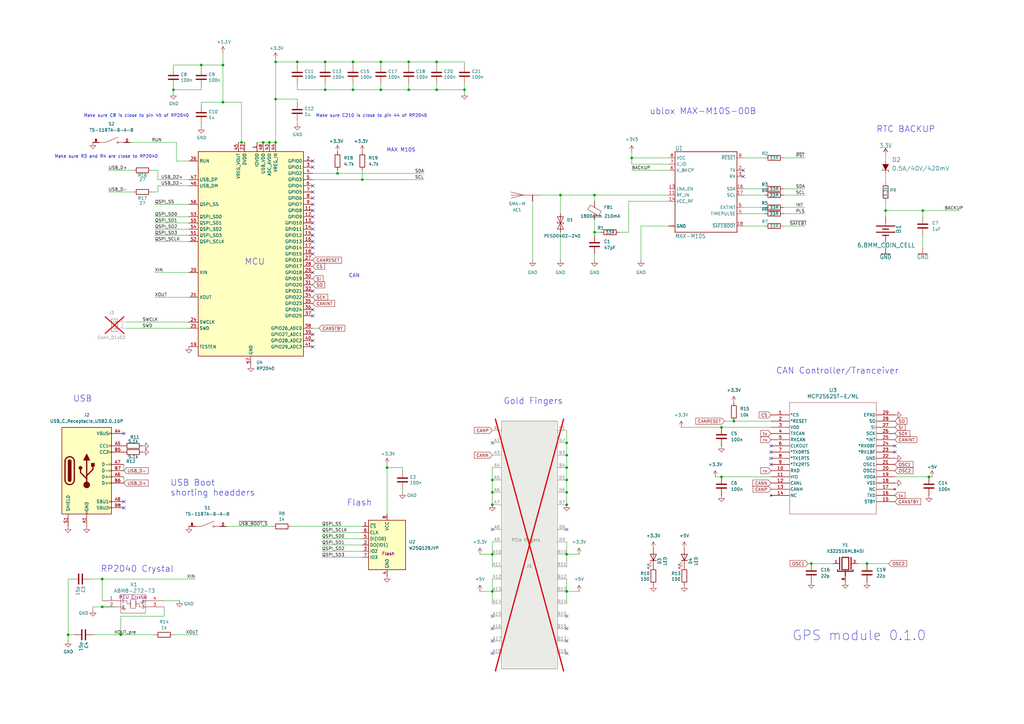
<source format=kicad_sch>
(kicad_sch (version 20231120) (generator "eeschema") (generator_version "8.0")
  (paper "A3")
  (junction (at 91.44 41.91))
  (junction (at 107.95 58.42))
  (junction (at 71.12 36.83))
  (junction (at 41.91 248.92))
  (junction (at 201.93 227.33))
  (junction (at 190.5 36.83))
  (junction (at 381 195.58))
  (junction (at 232.41 242.57))
  (junction (at 201.93 196.85))
  (junction (at 138.43 71.12))
  (junction (at 156.21 36.83))
  (junction (at 144.78 25.4))
  (junction (at 27.94 260.35))
  (junction (at 148.59 73.66))
  (junction (at 201.93 201.93))
  (junction (at 243.84 80.01))
  (junction (at 121.92 25.4))
  (junction (at 49.53 260.35))
  (junction (at 332.74 231.14))
  (junction (at 144.78 36.83))
  (junction (at 99.06 58.42))
  (junction (at 232.41 186.69))
  (junction (at 232.41 191.77))
  (junction (at 133.35 36.83))
  (junction (at 363.22 86.36))
  (junction (at 243.84 95.25))
  (junction (at 158.75 191.77))
  (junction (at 232.41 201.93))
  (junction (at 91.44 26.67))
  (junction (at 167.64 36.83))
  (junction (at 156.21 25.4))
  (junction (at 113.03 58.42))
  (junction (at 133.35 25.4))
  (junction (at 41.91 237.49))
  (junction (at 259.08 64.77))
  (junction (at 355.6 231.14))
  (junction (at 232.41 196.85))
  (junction (at 295.91 195.58))
  (junction (at 295.91 175.26))
  (junction (at 113.03 40.64))
  (junction (at 232.41 227.33))
  (junction (at 201.93 207.01))
  (junction (at 179.07 25.4))
  (junction (at 113.03 25.4))
  (junction (at 201.93 242.57))
  (junction (at 229.87 80.01))
  (junction (at 378.46 86.36))
  (junction (at 110.49 58.42))
  (junction (at 300.99 172.72))
  (junction (at 232.41 207.01))
  (junction (at 179.07 36.83))
  (junction (at 82.55 26.67))
  (junction (at 167.64 25.4))
  (junction (at 232.41 181.61))
  (no_connect (at 128.27 86.36))
  (no_connect (at 128.27 101.6))
  (no_connect (at 304.8 69.85))
  (no_connect (at 201.93 257.81))
  (no_connect (at 316.23 182.88))
  (no_connect (at 128.27 66.04))
  (no_connect (at 316.23 190.5))
  (no_connect (at 232.41 217.17))
  (no_connect (at 128.27 91.44))
  (no_connect (at 128.27 81.28))
  (no_connect (at 128.27 99.06))
  (no_connect (at 128.27 83.82))
  (no_connect (at 232.41 267.97))
  (no_connect (at 128.27 93.98))
  (no_connect (at 201.93 267.97))
  (no_connect (at 304.8 72.39))
  (no_connect (at 201.93 217.17))
  (no_connect (at 232.41 262.89))
  (no_connect (at 201.93 262.89))
  (no_connect (at 201.93 181.61))
  (no_connect (at 316.23 185.42))
  (no_connect (at 128.27 104.14))
  (no_connect (at 316.23 187.96))
  (no_connect (at 367.03 185.42))
  (no_connect (at 201.93 252.73))
  (no_connect (at 128.27 137.16))
  (no_connect (at 128.27 78.74))
  (no_connect (at 128.27 129.54))
  (no_connect (at 367.03 182.88))
  (no_connect (at 128.27 76.2))
  (no_connect (at 232.41 257.81))
  (no_connect (at 50.8 208.28))
  (no_connect (at 128.27 139.7))
  (no_connect (at 128.27 142.24))
  (no_connect (at 128.27 111.76))
  (no_connect (at 128.27 119.38))
  (no_connect (at 128.27 68.58))
  (no_connect (at 50.8 205.74))
  (no_connect (at 128.27 96.52))
  (no_connect (at 50.8 177.8))
  (no_connect (at 128.27 88.9))
  (no_connect (at 128.27 127))
  (no_connect (at 232.41 252.73))
  (wire (pts (xy 243.84 96.52) (xy 243.84 95.25)))
  (wire (pts (xy 105.41 58.42) (xy 107.95 58.42)))
  (wire (pts (xy 259.08 62.23) (xy 259.08 64.77)))
  (wire (pts (xy 36.83 237.49) (xy 41.91 237.49)))
  (wire (pts (xy 121.92 26.67) (xy 121.92 25.4)))
  (wire (pts (xy 196.85 242.57) (xy 201.93 242.57)))
  (wire (pts (xy 259.08 64.77) (xy 259.08 67.31)))
  (wire (pts (xy 71.12 36.83) (xy 71.12 38.1)))
  (wire (pts (xy 196.85 227.33) (xy 201.93 227.33)))
  (wire (pts (xy 257.81 82.55) (xy 257.81 95.25)))
  (wire (pts (xy 148.59 69.85) (xy 148.59 73.66)))
  (wire (pts (xy 179.07 25.4) (xy 190.5 25.4)))
  (wire (pts (xy 201.93 191.77) (xy 201.93 196.85)))
  (wire (pts (xy 38.1 260.35) (xy 49.53 260.35)))
  (wire (pts (xy 82.55 43.18) (xy 82.55 41.91)))
  (wire (pts (xy 363.22 71.12) (xy 363.22 74.93)) (stroke (width 0.1524)))
  (wire (pts (xy 113.03 40.64) (xy 121.92 40.64)))
  (wire (pts (xy 351.79 231.14) (xy 355.6 231.14)))
  (wire (pts (xy 232.41 242.57) (xy 232.41 247.65)))
  (wire (pts (xy 148.59 226.06) (xy 132.08 226.06)))
  (wire (pts (xy 82.55 41.91) (xy 91.44 41.91)))
  (wire (pts (xy 121.92 34.29) (xy 121.92 36.83)))
  (wire (pts (xy 158.75 191.77) (xy 158.75 210.82)))
  (wire (pts (xy 190.5 26.67) (xy 190.5 25.4)))
  (wire (pts (xy 91.44 21.59) (xy 91.44 26.67)))
  (wire (pts (xy 201.93 242.57) (xy 201.93 247.65)))
  (wire (pts (xy 62.23 78.74) (xy 64.77 78.74)))
  (wire (pts (xy 232.41 181.61) (xy 232.41 186.69)))
  (wire (pts (xy 179.07 36.83) (xy 190.5 36.83)))
  (wire (pts (xy 63.5 88.9) (xy 77.47 88.9)))
  (wire (pts (xy 144.78 34.29) (xy 144.78 36.83)))
  (wire (pts (xy 128.27 73.66) (xy 148.59 73.66)))
  (wire (pts (xy 304.8 92.71) (xy 313.69 92.71)))
  (wire (pts (xy 243.84 95.25) (xy 246.38 95.25)))
  (wire (pts (xy 82.55 50.8) (xy 82.55 52.07)))
  (wire (pts (xy 262.89 92.71) (xy 274.32 92.71)))
  (wire (pts (xy 254 95.25) (xy 257.81 95.25)))
  (wire (pts (xy 144.78 36.83) (xy 133.35 36.83)))
  (wire (pts (xy 99.06 58.42) (xy 100.33 58.42)))
  (wire (pts (xy 363.22 82.55) (xy 363.22 83.82)))
  (wire (pts (xy 378.46 96.52) (xy 378.46 101.6)) (stroke (width 0.1524)))
  (wire (pts (xy 67.31 252.73) (xy 49.53 252.73)))
  (wire (pts (xy 232.41 242.57) (xy 232.41 237.49)))
  (wire (pts (xy 165.1 200.66) (xy 165.1 201.93)))
  (wire (pts (xy 44.45 69.85) (xy 54.61 69.85)))
  (wire (pts (xy 52.07 132.08) (xy 77.47 132.08)))
  (wire (pts (xy 304.8 85.09) (xy 313.69 85.09)))
  (wire (pts (xy 107.95 58.42) (xy 110.49 58.42)))
  (wire (pts (xy 138.43 71.12) (xy 128.27 71.12)))
  (wire (pts (xy 138.43 71.12) (xy 173.99 71.12)))
  (wire (pts (xy 41.91 237.49) (xy 80.01 237.49)))
  (wire (pts (xy 77.47 83.82) (xy 63.5 83.82)))
  (wire (pts (xy 50.8 193.04) (xy 50.8 190.5)))
  (wire (pts (xy 167.64 26.67) (xy 167.64 25.4)))
  (wire (pts (xy 121.92 41.91) (xy 121.92 40.64)))
  (wire (pts (xy 179.07 36.83) (xy 167.64 36.83)))
  (wire (pts (xy 121.92 49.53) (xy 121.92 50.8)))
  (wire (pts (xy 27.94 237.49) (xy 29.21 237.49)))
  (wire (pts (xy 201.93 227.33) (xy 201.93 222.25)))
  (wire (pts (xy 64.77 76.2) (xy 77.47 76.2)))
  (wire (pts (xy 363.22 63.5) (xy 363.22 66.04)) (stroke (width 0.1524)))
  (wire (pts (xy 381 195.58) (xy 382.27 195.58)))
  (wire (pts (xy 91.44 41.91) (xy 99.06 41.91)))
  (wire (pts (xy 229.87 95.25) (xy 229.87 106.68)))
  (wire (pts (xy 165.1 193.04) (xy 165.1 191.77)))
  (wire (pts (xy 158.75 190.5) (xy 158.75 191.77)))
  (wire (pts (xy 113.03 25.4) (xy 113.03 40.64)))
  (wire (pts (xy 132.08 218.44) (xy 148.59 218.44)))
  (wire (pts (xy 110.49 58.42) (xy 113.03 58.42)))
  (wire (pts (xy 71.12 260.35) (xy 81.28 260.35)))
  (wire (pts (xy 67.31 248.92) (xy 67.31 252.73)))
  (wire (pts (xy 72.39 66.04) (xy 72.39 58.42)))
  (wire (pts (xy 321.31 87.63) (xy 330.2 87.63)))
  (wire (pts (xy 259.08 69.85) (xy 274.32 69.85)))
  (wire (pts (xy 179.07 34.29) (xy 179.07 36.83)))
  (wire (pts (xy 363.22 83.82) (xy 363.22 86.36)) (stroke (width 0.1524)))
  (wire (pts (xy 259.08 64.77) (xy 274.32 64.77)))
  (wire (pts (xy 63.5 91.44) (xy 77.47 91.44)))
  (wire (pts (xy 63.5 93.98) (xy 77.47 93.98)))
  (wire (pts (xy 77.47 66.04) (xy 72.39 66.04)))
  (wire (pts (xy 71.12 35.56) (xy 71.12 36.83)))
  (wire (pts (xy 82.55 27.94) (xy 82.55 26.67)))
  (wire (pts (xy 41.91 248.92) (xy 46.99 248.92)))
  (wire (pts (xy 378.46 86.36) (xy 393.7 86.36)) (stroke (width 0.1524)))
  (wire (pts (xy 52.07 134.62) (xy 77.47 134.62)))
  (wire (pts (xy 321.31 80.01) (xy 330.2 80.01)))
  (wire (pts (xy 201.93 196.85) (xy 201.93 201.93)))
  (wire (pts (xy 148.59 220.98) (xy 132.08 220.98)))
  (wire (pts (xy 190.5 36.83) (xy 190.5 38.1)))
  (wire (pts (xy 295.91 175.26) (xy 316.23 175.26)))
  (wire (pts (xy 113.03 24.13) (xy 113.03 25.4)))
  (wire (pts (xy 229.87 80.01) (xy 229.87 87.63)))
  (wire (pts (xy 232.41 191.77) (xy 232.41 196.85)))
  (wire (pts (xy 71.12 36.83) (xy 82.55 36.83)))
  (wire (pts (xy 27.94 260.35) (xy 27.94 262.89)))
  (wire (pts (xy 179.07 26.67) (xy 179.07 25.4)))
  (wire (pts (xy 38.1 248.92) (xy 38.1 250.19)))
  (wire (pts (xy 50.8 195.58) (xy 50.8 198.12)))
  (wire (pts (xy 27.94 237.49) (xy 27.94 260.35)))
  (wire (pts (xy 113.03 25.4) (xy 121.92 25.4)))
  (wire (pts (xy 113.03 40.64) (xy 113.03 58.42)))
  (wire (pts (xy 304.8 87.63) (xy 313.69 87.63)))
  (wire (pts (xy 138.43 69.85) (xy 138.43 71.12)))
  (wire (pts (xy 64.77 73.66) (xy 77.47 73.66)))
  (wire (pts (xy 64.77 78.74) (xy 64.77 76.2)))
  (wire (pts (xy 232.41 227.33) (xy 232.41 232.41)))
  (wire (pts (xy 190.5 34.29) (xy 190.5 36.83)))
  (wire (pts (xy 97.79 58.42) (xy 99.06 58.42)))
  (wire (pts (xy 77.47 99.06) (xy 63.5 99.06)))
  (wire (pts (xy 156.21 36.83) (xy 144.78 36.83)))
  (wire (pts (xy 232.41 201.93) (xy 232.41 207.01)))
  (wire (pts (xy 297.18 172.72) (xy 300.99 172.72)))
  (wire (pts (xy 133.35 25.4) (xy 144.78 25.4)))
  (wire (pts (xy 67.31 246.38) (xy 73.66 246.38)))
  (wire (pts (xy 144.78 25.4) (xy 156.21 25.4)))
  (wire (pts (xy 82.55 26.67) (xy 91.44 26.67)))
  (wire (pts (xy 72.39 58.42) (xy 53.34 58.42)))
  (wire (pts (xy 63.5 96.52) (xy 77.47 96.52)))
  (wire (pts (xy 201.93 227.33) (xy 201.93 232.41)))
  (wire (pts (xy 259.08 67.31) (xy 274.32 67.31)))
  (wire (pts (xy 38.1 248.92) (xy 41.91 248.92)))
  (wire (pts (xy 257.81 82.55) (xy 274.32 82.55)))
  (wire (pts (xy 49.53 252.73) (xy 49.53 260.35)))
  (wire (pts (xy 321.31 64.77) (xy 330.2 64.77)))
  (wire (pts (xy 355.6 231.14) (xy 364.49 231.14)))
  (wire (pts (xy 30.48 260.35) (xy 27.94 260.35)))
  (wire (pts (xy 148.59 73.66) (xy 173.99 73.66)))
  (wire (pts (xy 321.31 77.47) (xy 330.2 77.47)))
  (wire (pts (xy 243.84 90.17) (xy 243.84 95.25)))
  (wire (pts (xy 148.59 223.52) (xy 132.08 223.52)))
  (wire (pts (xy 262.89 92.71) (xy 262.89 106.68)))
  (wire (pts (xy 232.41 196.85) (xy 232.41 201.93)))
  (wire (pts (xy 304.8 64.77) (xy 313.69 64.77)))
  (wire (pts (xy 49.53 260.35) (xy 63.5 260.35)))
  (wire (pts (xy 321.31 92.71) (xy 330.2 92.71)))
  (wire (pts (xy 41.91 237.49) (xy 41.91 246.38)))
  (wire (pts (xy 71.12 26.67) (xy 82.55 26.67)))
  (wire (pts (xy 91.44 26.67) (xy 91.44 41.91)))
  (wire (pts (xy 156.21 26.67) (xy 156.21 25.4)))
  (wire (pts (xy 295.91 195.58) (xy 316.23 195.58)))
  (wire (pts (xy 378.46 86.36) (xy 378.46 88.9)) (stroke (width 0.1524)))
  (wire (pts (xy 237.49 242.57) (xy 232.41 242.57)))
  (wire (pts (xy 201.93 242.57) (xy 201.93 237.49)))
  (wire (pts (xy 148.59 228.6) (xy 132.08 228.6)))
  (wire (pts (xy 119.38 215.9) (xy 148.59 215.9)))
  (wire (pts (xy 71.12 27.94) (xy 71.12 26.67)))
  (wire (pts (xy 62.23 69.85) (xy 64.77 69.85)))
  (wire (pts (xy 367.03 195.58) (xy 381 195.58)))
  (wire (pts (xy 243.84 104.14) (xy 243.84 106.68)))
  (wire (pts (xy 243.84 80.01) (xy 243.84 82.55)))
  (wire (pts (xy 156.21 34.29) (xy 156.21 36.83)))
  (wire (pts (xy 99.06 41.91) (xy 99.06 58.42)))
  (wire (pts (xy 130.81 134.62) (xy 128.27 134.62)))
  (wire (pts (xy 279.4 175.26) (xy 295.91 175.26)))
  (wire (pts (xy 82.55 36.83) (xy 82.55 35.56)))
  (wire (pts (xy 167.64 25.4) (xy 179.07 25.4)))
  (wire (pts (xy 144.78 26.67) (xy 144.78 25.4)))
  (wire (pts (xy 232.41 176.53) (xy 232.41 181.61)))
  (wire (pts (xy 331.47 231.14) (xy 332.74 231.14)))
  (wire (pts (xy 133.35 26.67) (xy 133.35 25.4)))
  (wire (pts (xy 232.41 186.69) (xy 232.41 191.77)))
  (wire (pts (xy 167.64 34.29) (xy 167.64 36.83)))
  (wire (pts (xy 363.22 86.36) (xy 363.22 88.9)) (stroke (width 0.1524)))
  (wire (pts (xy 243.84 80.01) (xy 274.32 80.01)))
  (wire (pts (xy 293.37 195.58) (xy 295.91 195.58)))
  (wire (pts (xy 232.41 227.33) (xy 232.41 222.25)))
  (wire (pts (xy 332.74 231.14) (xy 341.63 231.14)))
  (wire (pts (xy 321.31 85.09) (xy 330.2 85.09)))
  (wire (pts (xy 300.99 172.72) (xy 316.23 172.72)))
  (wire (pts (xy 218.44 82.55) (xy 218.44 106.68)))
  (wire (pts (xy 44.45 78.74) (xy 54.61 78.74)))
  (wire (pts (xy 156.21 25.4) (xy 167.64 25.4)))
  (wire (pts (xy 133.35 34.29) (xy 133.35 36.83)))
  (wire (pts (xy 304.8 77.47) (xy 313.69 77.47)))
  (wire (pts (xy 165.1 191.77) (xy 158.75 191.77)))
  (wire (pts (xy 63.5 111.76) (xy 77.47 111.76)))
  (wire (pts (xy 133.35 36.83) (xy 121.92 36.83)))
  (wire (pts (xy 121.92 25.4) (xy 133.35 25.4)))
  (wire (pts (xy 378.46 86.36) (xy 363.22 86.36)) (stroke (width 0.1524)))
  (wire (pts (xy 92.71 215.9) (xy 111.76 215.9)))
  (wire (pts (xy 64.77 69.85) (xy 64.77 73.66)))
  (wire (pts (xy 201.93 201.93) (xy 201.93 207.01)))
  (wire (pts (xy 229.87 80.01) (xy 243.84 80.01)))
  (wire (pts (xy 167.64 36.83) (xy 156.21 36.83)))
  (wire (pts (xy 363.22 99.06) (xy 363.22 101.6)) (stroke (width 0.1524)))
  (wire (pts (xy 77.47 121.92) (xy 63.5 121.92)))
  (wire (pts (xy 304.8 80.01) (xy 313.69 80.01)))
  (wire (pts (xy 220.98 80.01) (xy 229.87 80.01)))
  (wire (pts (xy 237.49 227.33) (xy 232.41 227.33)))
  (text "Flash" (at 142.24 207.772 0) (effects (font (size 2.54 2.54)) (justify left bottom)))
  (text "CAN Controller/Tranceiver" (at 318.262 153.67 0) (effects (font (size 2.54 2.54)) (justify left bottom)))
  (text "Make sure R3 and R4 are close to RP2040" (at 64.77 65.024 0) (effects (font (size 1.27 1.27)) (justify right bottom)))
  (text "Gold Fingers" (at 206.502 166.116 0) (effects (font (size 2.54 2.54)) (justify left bottom)))
  (text "ublox MAX-M10S-00B" (at 266.446 47.244 0) (effects (font (size 2.54 2.54)) (justify left bottom)))
  (text "GPS module 0.1.0" (at 324.866 263.144 0) (effects (font (size 4 4)) (justify left bottom)))
  (text "USB Boot \nshorting headders" (at 69.85 203.708 0) (effects (font (size 2.54 2.54)) (justify left bottom)))
  (text "MCU" (at 100.33 108.966 0) (effects (font (size 2.54 2.54)) (justify left bottom)))
  (text "RTC BACKUP" (at 359.41 54.61 0) (effects (font (size 2.54 2.54)) (justify left bottom)))
  (text "Make sure C210 is close to pin 44 of RP2040" (at 129.54 48.26 0) (effects (font (size 1.27 1.27)) (justify left bottom)))
  (text "MAX M10S" (at 158.496 62.484 0) (effects (font (size 1.524 1.524)) (justify left bottom)))
  (text "USB" (at 29.972 165.1 0) (effects (font (size 2.54 2.54)) (justify left bottom)))
  (text "~" (at 333.2209 70.011 0) (effects (font (size 1.27 1.27))))
  (text "RP2040 Crystal" (at 41.275 234.95 0) (effects (font (size 2.54 2.54)) (justify left bottom)))
  (text "CAN" (at 143.002 114.046 0) (effects (font (size 1.524 1.524)) (justify left bottom)))
  (text "Make sure C8 is close to pin 45 of RP2040" (at 34.29 48.26 0) (effects (font (size 1.27 1.27)) (justify left bottom)))
  (label "PLS" (at 326.39 87.63 0))
  (label "SWD" (at 58.42 134.62 0))
  (label "SCL" (at 170.18 73.66 0))
  (label "XOUT" (at 81.28 260.35 180))
  (label "QSPI_SS" (at 132.08 215.9 0))
  (label "QSPI_SD2" (at 132.08 226.06 0))
  (label "BACKUP" (at 259.08 69.85 0))
  (label "QSPI_SD1" (at 63.5 91.44 0))
  (label "QSPI_SCLK" (at 63.5 99.06 0))
  (label "QSPI_SCLK" (at 132.08 218.44 0))
  (label "USB_D2+" (at 66.04 73.66 0))
  (label "SDA" (at 170.18 71.12 0))
  (label "XOUT" (at 63.5 121.92 0))
  (label "SDA" (at 326.39 77.47 0))
  (label "QSPI_SD2" (at 63.5 93.98 0))
  (label "~{RST}" (at 326.39 64.77 0))
  (label "SWCLK" (at 58.42 132.08 0))
  (label "XIN" (at 63.5 111.76 0))
  (label "USB_D2-" (at 66.04 76.2 0))
  (label "~{USB_BOOT_S}" (at 97.79 215.9 0))
  (label "QSPI_SD0" (at 132.08 220.98 0))
  (label "SCL" (at 326.39 80.01 0))
  (label "BACKUP" (at 387.35 86.36 0))
  (label "XIN" (at 80.01 237.49 180))
  (label "QSPI_SD3" (at 132.08 228.6 0))
  (label "QSPI_SS" (at 63.5 83.82 0))
  (label "QSPI_SD0" (at 63.5 88.9 0))
  (label "XOUT_pre" (at 55.88 260.35 180))
  (label "QSPI_SD3" (at 63.5 96.52 0))
  (label "RUN" (at 62.23 58.42 0))
  (label "QSPI_SD1" (at 132.08 223.52 0))
  (label "~{SAFEBT}" (at 323.85 92.71 0))
  (label "USB_D+" (at 44.45 69.85 0))
  (label "USB_D-" (at 44.45 78.74 0))
  (label "INT" (at 326.39 85.09 0))
  (global_label "OSC2" (shape input) (at 367.03 193.04 0) (property "Intersheetrefs" "${INTERSHEET_REFS}" (effects (hide yes))))
  (global_label "SO" (shape input) (at 367.03 172.72 0) (property "Intersheetrefs" "${INTERSHEET_REFS}" (effects (hide yes))))
  (global_label "tx" (shape input) (at 316.23 177.8 180) (property "Intersheetrefs" "${INTERSHEET_REFS}" (effects (hide yes))))
  (global_label "CANSTBY" (shape input) (at 367.03 205.74 0) (property "Intersheetrefs" "${INTERSHEET_REFS}" (effects (hide yes))))
  (global_label "SI" (shape input) (at 128.27 114.3 0) (property "Intersheetrefs" "${INTERSHEET_REFS}" (effects (hide yes))))
  (global_label "rx" (shape input) (at 316.23 193.04 180) (property "Intersheetrefs" "${INTERSHEET_REFS}" (effects (hide yes))))
  (global_label "CS" (shape input) (at 316.23 170.18 180) (property "Intersheetrefs" "${INTERSHEET_REFS}" (effects (hide yes))))
  (global_label "CANSTBY" (shape input) (at 130.81 134.62 0) (property "Intersheetrefs" "${INTERSHEET_REFS}" (effects (hide yes))))
  (global_label "SI" (shape input) (at 367.03 175.26 0) (property "Intersheetrefs" "${INTERSHEET_REFS}" (effects (hide yes))))
  (global_label "CANP" (shape input) (at 316.23 200.66 180) (property "Intersheetrefs" "${INTERSHEET_REFS}" (effects (hide yes))))
  (global_label "SO" (shape input) (at 128.27 116.84 0) (property "Intersheetrefs" "${INTERSHEET_REFS}" (effects (hide yes))))
  (global_label "tx" (shape input) (at 367.03 203.2 0) (property "Intersheetrefs" "${INTERSHEET_REFS}" (effects (hide yes))))
  (global_label "CANP" (shape input) (at 201.93 176.53 180) (property "Intersheetrefs" "${INTERSHEET_REFS}" (effects (hide yes))))
  (global_label "USB_D-" (shape input) (at 50.8 193.04 0) (property "Intersheetrefs" "${INTERSHEET_REFS}" (effects (hide yes))))
  (global_label "OSC1" (shape input) (at 367.03 190.5 0) (property "Intersheetrefs" "${INTERSHEET_REFS}" (effects (hide yes))))
  (global_label "CANINT" (shape input) (at 367.03 180.34 0) (property "Intersheetrefs" "${INTERSHEET_REFS}" (effects (hide yes))))
  (global_label "SCK" (shape input) (at 128.27 121.92 0) (property "Intersheetrefs" "${INTERSHEET_REFS}" (effects (hide yes))))
  (global_label "OSC1" (shape input) (at 331.47 231.14 180) (property "Intersheetrefs" "${INTERSHEET_REFS}" (effects (hide yes))))
  (global_label "CANN" (shape input) (at 201.93 186.69 180) (property "Intersheetrefs" "${INTERSHEET_REFS}" (effects (hide yes))))
  (global_label "SCK" (shape input) (at 367.03 177.8 0) (property "Intersheetrefs" "${INTERSHEET_REFS}" (effects (hide yes))))
  (global_label "CANINT" (shape input) (at 128.27 124.46 0) (property "Intersheetrefs" "${INTERSHEET_REFS}" (effects (hide yes))))
  (global_label "USB_D+" (shape input) (at 50.8 198.12 0) (property "Intersheetrefs" "${INTERSHEET_REFS}" (effects (hide yes))))
  (global_label "rx" (shape input) (at 316.23 180.34 180) (property "Intersheetrefs" "${INTERSHEET_REFS}" (effects (hide yes))))
  (global_label "CANN" (shape input) (at 316.23 198.12 180) (property "Intersheetrefs" "${INTERSHEET_REFS}" (effects (hide yes))))
  (global_label "OSC2" (shape input) (at 364.49 231.14 0) (property "Intersheetrefs" "${INTERSHEET_REFS}" (effects (hide yes))))
  (global_label "CANRESET" (shape input) (at 297.18 172.72 180) (property "Intersheetrefs" "${INTERSHEET_REFS}" (effects (hide yes))))
  (global_label "CANRESET" (shape input) (at 128.27 106.68 0) (property "Intersheetrefs" "${INTERSHEET_REFS}" (effects (hide yes))))
  (global_label "CS" (shape input) (at 128.27 109.22 0) (property "Intersheetrefs" "${INTERSHEET_REFS}" (effects (hide yes))))
  (symbol (lib_id "SparkFun u-blox GNSS MAX-M10S-eagle-import:3.3V") (at 363.22 63.5 0) (unit 1)
    (property "Reference" "#SUPPLY01" (effects (hide yes)))
    (property "Value" "3.3V" (at 363.22 60.706 0) (effects (font (size 1.778 1.5113)) (justify bottom)))
  )
  (symbol (lib_id "power:GND") (at 158.75 236.22 0) (unit 1)
    (property "Reference" "#PWR018" (effects (hide yes)))
    (property "Value" "GND" (effects (hide yes)))
  )
  (symbol (lib_id "power:+3.3V") (at 279.4 175.26 0) (unit 1)
    (property "Reference" "#PWR027" (effects (hide yes)))
    (property "Value" "+3.3V" (at 279.4 170.18 0))
    (property "Description" "Power symbol creates a global label with name \"+3.3V\"" (effects (hide yes)))
  )
  (symbol (lib_id "Device:R") (at 317.5 64.77 90) (unit 1)
    (property "Reference" "R2" (at 313.69 62.992 90))
    (property "Value" "33R" (at 317.5 64.77 90))
    (property "Footprint" "Resistor_SMD:R_0402_1005Metric" (effects (hide yes)))
    (property "Description" "Resistor" (effects (hide yes)))
    (property "JLC Link" "https://jlcpcb.com/partdetail/25848-0402WGF330JTCE/C25105" (effects (hide yes)))
    (property "LCSC Part #" "C25105" (effects (hide yes)))
    (property "basic?" "yes" (effects (hide yes)))
    (property "info" "33 ohm" (effects (hide yes)))
    (property "price" "C$0.0007 " (effects (hide yes)))
  )
  (symbol (lib_id "Device:R") (at 148.59 66.04 180) (unit 1)
    (property "Reference" "R19" (at 151.13 64.7699 0) (effects (justify right)))
    (property "Value" "4.7k" (at 151.13 67.3099 0) (effects (justify right)))
    (property "Footprint" "Resistor_SMD:R_0402_1005Metric" (effects (hide yes)))
    (property "Description" "Resistor" (effects (hide yes)))
    (property "LCSC Part #" "C25900" (effects (hide yes)))
    (property "basic?" "yes" (effects (hide yes)))
    (property "info" "4.7k ohm" (effects (hide yes)))
    (property "price" "C$0.0007 " (effects (hide yes)))
    (property "JLC Link" "https://jlcpcb.com/partdetail/26643-0402WGF4701TCE/C25900" (effects (hide yes)))
  )
  (symbol (lib_id "X322516MLB4SI:X322516MLB4SI") (at 346.71 231.14 0) (unit 1)
    (property "Reference" "Y1" (at 346.71 223.52 0))
    (property "Value" "X322516MLB4SI" (at 346.71 226.06 0))
    (property "Footprint" "X322516MLB4SI:OSC_X322516MLB4SI" (effects (hide yes)))
    (property "MF" "YXC" (effects (hide yes)))
    (property "MAXIMUM_PACKAGE_HEIGHT" "0.8 mm" (effects (hide yes)))
    (property "Package" "Package" (effects (hide yes)))
    (property "Price" "None" (effects (hide yes)))
    (property "Check_prices" "https://www.snapeda.com/parts/X322516MLB4SI/YXC/view-part/?ref=eda" (effects (hide yes)))
    (property "STANDARD" "Manufacturer Recommendations" (effects (hide yes)))
    (property "PARTREV" "N/A" (effects (hide yes)))
    (property "SnapEDA_Link" "https://www.snapeda.com/parts/X322516MLB4SI/YXC/view-part/?ref=snap" (effects (hide yes)))
    (property "MP" "X322516MLB4SI" (effects (hide yes)))
    (property "Description_1" "\n                        \n                            External dimensions: 3.2 x 2.5 x 0.8 mm.\nFrequency range: 11.0592MHz ~54MHz\n                        \n" (effects (hide yes)))
    (property "Availability" "Not in stock" (effects (hide yes)))
    (property "MANUFACTURER" "YXC" (effects (hide yes)))
    (property "JLC Link" "https://jlcpcb.com/partdetail/Yxc_CrystalOscillators-X322516MOB4SI/C12668" (effects (hide yes)))
    (property "LCSC Part #" "C12668" (effects (hide yes)))
    (property "basic?" "no" (effects (hide yes)))
    (property "info" "CAN Clock" (effects (hide yes)))
    (property "price" "C$0.0829" (effects (hide yes)))
    (property "Current Draw" "200 uW 3.3v" (effects (hide yes)))
  )
  (symbol (lib_id "power:+5V") (at 382.27 195.58 0) (unit 1)
    (property "Reference" "#PWR044" (effects (hide yes)))
    (property "Value" "+5V" (at 382.27 191.516 0))
    (property "Description" "Power symbol creates a global label with name \"+5V\"" (effects (hide yes)))
  )
  (symbol (lib_id "Device:C") (at 332.74 234.95 0) (unit 1)
    (property "Reference" "C16" (at 336.55 233.6799 0) (effects (justify left)))
    (property "Value" "22p" (at 336.55 236.2199 0) (effects (justify left)))
    (property "Footprint" "Capacitor_SMD:C_0402_1005Metric" (effects (hide yes)))
    (property "Description" "Unpolarized capacitor" (effects (hide yes)))
    (property "info" "22pF Cap" (effects (hide yes)))
    (property "JLC Link" "https://jlcpcb.com/partdetail/1907-0402CG220J500NT/C1555" (effects (hide yes)))
    (property "LCSC Part #" "C1555" (effects (hide yes)))
    (property "basic?" "yes" (effects (hide yes)))
    (property "price" "C$0.0077 " (effects (hide yes)))
  )
  (symbol (lib_id "Device:C") (at 33.02 237.49 270) (unit 1)
    (property "Reference" "C3" (at 34.1884 240.411 0) (effects (justify left)))
    (property "Value" "15p" (at 31.877 240.411 0) (effects (justify left)))
    (property "Footprint" "Capacitor_SMD:C_0402_1005Metric" (effects (hide yes)))
    (property "LCSC Part #" "C1548" (effects (hide yes)))
    (property "basic?" "yes" (effects (hide yes)))
    (property "info" "15pF Cap" (effects (hide yes)))
    (property "price" "C$0.0013 " (effects (hide yes)))
    (property "JLC Link" "https://jlcpcb.com/partdetail/1900-0402CG150J500NT/C1548" (effects (hide yes)))
  )
  (symbol (lib_id "Device:R") (at 280.67 236.22 0) (unit 1)
    (property "Reference" "R13" (at 275.336 235.204 0) (effects (justify left)))
    (property "Value" "150" (at 275.336 237.49 0) (effects (justify left)))
    (property "Footprint" "Resistor_SMD:R_0603_1608Metric" (effects (hide yes)))
    (property "Description" "Resistor" (effects (hide yes)))
    (property "JLC Link" "https://jlcpcb.com/partdetail/23535-0603WAF1500T5E/C22808" (effects (hide yes)))
    (property "LCSC Part #" "C22808" (effects (hide yes)))
    (property "basic?" "yes" (effects (hide yes)))
    (property "info" "150 ohm" (effects (hide yes)))
    (property "price" "C$0.0013 " (effects (hide yes)))
  )
  (symbol (lib_id "power:VAA") (at 267.97 224.79 0) (unit 1)
    (property "Reference" "#PWR015" (effects (hide yes)))
    (property "Value" "+3.3V" (at 267.97 219.71 0))
    (property "Description" "Power symbol creates a global label with name \"VAA\"" (effects (hide yes)))
  )
  (symbol (lib_id "power:GND") (at 367.03 187.96 90) (unit 1)
    (property "Reference" "#PWR041" (effects (hide yes)))
    (property "Value" "GND" (effects (hide yes)))
    (property "Description" "Power symbol creates a global label with name \"GND\" , ground" (effects (hide yes)))
  )
  (symbol (lib_id "Device:C") (at 295.91 179.07 0) (unit 1)
    (property "Reference" "C5" (at 299.72 177.7999 0) (effects (justify left)))
    (property "Value" "100n" (at 299.72 180.3399 0) (effects (justify left)))
    (property "Footprint" "Capacitor_SMD:C_0402_1005Metric" (effects (hide yes)))
    (property "Description" "Unpolarized capacitor" (effects (hide yes)))
    (property "info" "100nF Cap" (effects (hide yes)))
    (property "JLC Link" "https://jlcpcb.com/partdetail/291005-CL05B104KB54PNC/C307331" (effects (hide yes)))
    (property "LCSC Part #" "C307331" (effects (hide yes)))
    (property "basic?" "yes" (effects (hide yes)))
    (property "price" "C$0.0077 " (effects (hide yes)))
  )
  (symbol (lib_id "Device:C") (at 121.92 30.48 0) (unit 1)
    (property "Reference" "C11" (at 124.841 29.3116 0) (effects (justify left)))
    (property "Value" "100n" (at 124.841 31.623 0) (effects (justify left)))
    (property "Footprint" "Capacitor_SMD:C_0402_1005Metric" (effects (hide yes)))
    (property "info" "100nF Cap" (effects (hide yes)))
    (property "LCSC Part #" "C307331" (effects (hide yes)))
    (property "basic?" "yes" (effects (hide yes)))
    (property "price" "C$0.0077 " (effects (hide yes)))
    (property "JLC Link" "https://jlcpcb.com/partdetail/291005-CL05B104KB54PNC/C307331" (effects (hide yes)))
  )
  (symbol (lib_id "Connector:USB_C_Receptacle_USB2.0_16P") (at 35.56 193.04 0) (unit 1)
    (property "Reference" "J2" (at 35.56 170.18 0))
    (property "Value" "USB_C_Receptacle_USB2.0_16P" (at 35.56 172.72 0))
    (property "Footprint" "Connector_USB:USB_C_Receptacle_Palconn_UTC16-G" (effects (hide yes)))
    (property "Datasheet" "https://www.usb.org/sites/default/files/documents/usb_type-c.zip" (effects (hide yes)))
    (property "Description" "USB 2.0-only 16P Type-C Receptacle connector" (effects (hide yes)))
    (property "JLC Link" "https://jlcpcb.com/partdetail/ShouHan-TYPE_C_16PIN_2MD_073/C2765186" (effects (hide yes)))
    (property "LCSC Part #" "C2765186" (effects (hide yes)))
    (property "basic?" "no" (effects (hide yes)))
    (property "info" "USB-C" (effects (hide yes)))
    (property "price" "C$0.0738 " (effects (hide yes)))
  )
  (symbol (lib_id "power:GND") (at 367.03 170.18 90) (unit 1)
    (property "Reference" "#PWR040" (effects (hide yes)))
    (property "Value" "GND" (effects (hide yes)))
    (property "Description" "Power symbol creates a global label with name \"GND\" , ground" (effects (hide yes)))
  )
  (symbol (lib_id "power:GND") (at 82.55 52.07 0) (unit 1)
    (property "Reference" "#PWR035" (effects (hide yes)))
    (property "Value" "GND" (at 82.677 56.4642 0))
  )
  (symbol (lib_id "TS-1187A-B-A-B:TS-1187A-B-A-B") (at 45.72 58.42 0) (unit 1)
    (property "Reference" "S2" (at 45.72 50.8 0))
    (property "Value" "TS-1187A-B-A-B" (at 45.72 53.34 0))
    (property "Footprint" "TS-1187A-B-A-B:SW_TS-1187A-B-A-B" (effects (hide yes)))
    (property "MF" "XKB Industrial Precision" (effects (hide yes)))
    (property "MAXIMUM_PACKAGE_HEIGHT" "1.5mm" (effects (hide yes)))
    (property "Package" "Package" (effects (hide yes)))
    (property "Price" "None" (effects (hide yes)))
    (property "Check_prices" "https://www.snapeda.com/parts/TS-1187A-B-A-B/XKB+Connection/view-part/?ref=eda" (effects (hide yes)))
    (property "STANDARD" "Manufacturer Recommendations" (effects (hide yes)))
    (property "PARTREV" "A0" (effects (hide yes)))
    (property "SnapEDA_Link" "https://www.snapeda.com/parts/TS-1187A-B-A-B/XKB+Connection/view-part/?ref=snap" (effects (hide yes)))
    (property "MP" "TS-1187A-B-A-B" (effects (hide yes)))
    (property "Description_1" "\n                        \n                            TS-1187A-B-A-B XKB Connectivity\n                        \n" (effects (hide yes)))
    (property "Availability" "Not in stock" (effects (hide yes)))
    (property "MANUFACTURER" "XKB Industrial Precision" (effects (hide yes)))
    (property "JLC Link" "https://jlcpcb.com/partdetail/XKBConnection-TS_1187A_B_AB/C318884" (effects (hide yes)))
    (property "LCSC Part #" "C318884" (effects (hide yes)))
    (property "basic?" "yes" (effects (hide yes)))
    (property "info" "Button" (effects (hide yes)))
    (property "price" "C$0.0242 " (effects (hide yes)))
  )
  (symbol (lib_id "Device:LED") (at 267.97 228.6 270) (mirror x) (unit 1)
    (property "Reference" "D3" (at 270.51 230.124 0))
    (property "Value" "LED" (at 272.796 230.124 0))
    (property "Footprint" "LED_SMD:LED_0603_1608Metric" (effects (hide yes)))
    (property "Description" "Light emitting diode" (effects (hide yes)))
    (property "JLC Link" "https://jlcpcb.com/partdetail/Hubei_KentoElec-KT0603R/C2286" (effects (hide yes)))
    (property "LCSC Part #" "C2286" (effects (hide yes)))
    (property "basic?" "yes" (effects (hide yes)))
    (property "info" "Red LED" (effects (hide yes)))
    (property "price" "C$0.0075 " (effects (hide yes)))
  )
  (symbol (lib_id "power:+3V3") (at 148.59 62.23 0) (unit 1)
    (property "Reference" "#PWR046" (effects (hide yes)))
    (property "Value" "+3.3V" (at 148.082 57.912 0))
  )
  (symbol (lib_id "power:GND") (at 267.97 240.03 0) (unit 1)
    (property "Reference" "#PWR016" (effects (hide yes)))
    (property "Value" "GND" (effects (hide yes)))
  )
  (symbol (lib_id "Device:R") (at 317.5 77.47 90) (unit 1)
    (property "Reference" "R3" (at 313.69 75.692 90))
    (property "Value" "33R" (at 317.5 77.47 90))
    (property "Footprint" "Resistor_SMD:R_0402_1005Metric" (effects (hide yes)))
    (property "Description" "Resistor" (effects (hide yes)))
    (property "JLC Link" "https://jlcpcb.com/partdetail/25848-0402WGF330JTCE/C25105" (effects (hide yes)))
    (property "LCSC Part #" "C25105" (effects (hide yes)))
    (property "basic?" "yes" (effects (hide yes)))
    (property "info" "33 ohm" (effects (hide yes)))
    (property "price" "C$0.0007 " (effects (hide yes)))
  )
  (symbol (lib_id "power:GND") (at 102.87 149.86 0) (unit 1)
    (property "Reference" "#PWR037" (effects (hide yes)))
    (property "Value" "GND" (effects (hide yes)))
    (property "Description" "Power symbol creates a global label with name \"GND\" , ground" (effects (hide yes)))
  )
  (symbol (lib_id "power:GND") (at 262.89 106.68 0) (unit 1)
    (property "Reference" "#PWR05" (effects (hide yes)))
    (property "Value" "GND" (at 262.89 111.76 0))
    (property "Description" "Power symbol creates a global label with name \"GND\" , ground" (effects (hide yes)))
  )
  (symbol (lib_id "Device:C") (at 167.64 30.48 0) (unit 1)
    (property "Reference" "C18" (at 170.561 29.3116 0) (effects (justify left)))
    (property "Value" "100n" (at 170.561 31.623 0) (effects (justify left)))
    (property "Footprint" "Capacitor_SMD:C_0402_1005Metric" (effects (hide yes)))
    (property "info" "100nF Cap" (effects (hide yes)))
    (property "LCSC Part #" "C307331" (effects (hide yes)))
    (property "basic?" "yes" (effects (hide yes)))
    (property "price" "C$0.0077 " (effects (hide yes)))
    (property "JLC Link" "https://jlcpcb.com/partdetail/291005-CL05B104KB54PNC/C307331" (effects (hide yes)))
  )
  (symbol (lib_id "power:GND") (at 77.47 142.24 0) (unit 1)
    (property "Reference" "#PWR034" (effects (hide yes)))
    (property "Value" "GND" (effects (hide yes)))
    (property "Description" "Power symbol creates a global label with name \"GND\" , ground" (effects (hide yes)))
  )
  (symbol (lib_id "Device:C") (at 82.55 46.99 0) (unit 1)
    (property "Reference" "C10" (at 85.471 45.8216 0) (effects (justify left)))
    (property "Value" "1u" (at 85.471 48.133 0) (effects (justify left)))
    (property "Footprint" "Capacitor_SMD:C_0402_1005Metric" (effects (hide yes)))
    (property "info" "1uF Cap" (effects (hide yes)))
    (property "LCSC Part #" "C52923" (effects (hide yes)))
    (property "basic?" "yes" (effects (hide yes)))
    (property "price" "C$0.0041 " (effects (hide yes)))
    (property "JLC Link" "https://jlcpcb.com/partdetail/53938-CL05A105KA5NQNC/C52923" (effects (hide yes)))
  )
  (symbol (lib_id "Device:C") (at 133.35 30.48 0) (unit 1)
    (property "Reference" "C13" (at 136.271 29.3116 0) (effects (justify left)))
    (property "Value" "100n" (at 136.271 31.623 0) (effects (justify left)))
    (property "Footprint" "Capacitor_SMD:C_0402_1005Metric" (effects (hide yes)))
    (property "info" "100nF Cap" (effects (hide yes)))
    (property "LCSC Part #" "C307331" (effects (hide yes)))
    (property "basic?" "yes" (effects (hide yes)))
    (property "price" "C$0.0077 " (effects (hide yes)))
    (property "JLC Link" "https://jlcpcb.com/partdetail/291005-CL05B104KB54PNC/C307331" (effects (hide yes)))
  )
  (symbol (lib_id "power:+3V3") (at 158.75 190.5 0) (unit 1)
    (property "Reference" "#PWR017" (effects (hide yes)))
    (property "Value" "+3.3V" (at 159.131 186.1058 0))
  )
  (symbol (lib_id "Device:C") (at 295.91 199.39 0) (unit 1)
    (property "Reference" "C6" (at 299.72 198.1199 0) (effects (justify left)))
    (property "Value" "100n" (at 299.72 200.6599 0) (effects (justify left)))
    (property "Footprint" "Capacitor_SMD:C_0402_1005Metric" (effects (hide yes)))
    (property "Description" "Unpolarized capacitor" (effects (hide yes)))
    (property "info" "100nF Cap" (effects (hide yes)))
    (property "JLC Link" "https://jlcpcb.com/partdetail/291005-CL05B104KB54PNC/C307331" (effects (hide yes)))
    (property "LCSC Part #" "C307331" (effects (hide yes)))
    (property "basic?" "yes" (effects (hide yes)))
    (property "price" "C$0.0077 " (effects (hide yes)))
  )
  (symbol (lib_id "power:GND") (at 27.94 215.9 0) (unit 1)
    (property "Reference" "#PWR013" (effects (hide yes)))
    (property "Value" "GND" (effects (hide yes)))
    (property "Description" "Power symbol creates a global label with name \"GND\" , ground" (effects (hide yes)))
  )
  (symbol (lib_id "power:+3.3V") (at 300.99 165.1 0) (unit 1)
    (property "Reference" "#PWR032" (effects (hide yes)))
    (property "Value" "+3.3V" (at 300.99 160.02 0))
    (property "Description" "Power symbol creates a global label with name \"+3.3V\"" (effects (hide yes)))
  )
  (symbol (lib_id "SparkFun u-blox GNSS MAX-M10S-eagle-import:DIODE-SCHOTTKY-PMEG4005EJ") (at 363.22 68.58 270) (unit 1)
    (property "Reference" "D2" (at 365.76 66.548 90) (effects (font (size 1.778 1.778)) (justify left bottom)))
    (property "Value" "0.5A/40V/420mV" (at 365.76 68.072 90) (effects (font (size 1.778 1.778)) (justify left top)))
    (property "Footprint" "SparkFun u-blox GNSS MAX-M10S:SOD-323" (effects (hide yes)))
    (property "Datasheet" "https://jlcpcb.com/partdetail/Nexperia-PMEG4005EJ115/C426868" (effects (hide yes)))
  )
  (symbol (lib_id "Device:C") (at 190.5 30.48 0) (unit 1)
    (property "Reference" "C21" (at 193.421 29.3116 0) (effects (justify left)))
    (property "Value" "100n" (at 193.421 31.623 0) (effects (justify left)))
    (property "Footprint" "Capacitor_SMD:C_0402_1005Metric" (effects (hide yes)))
    (property "info" "100nF Cap" (effects (hide yes)))
    (property "LCSC Part #" "C307331" (effects (hide yes)))
    (property "basic?" "yes" (effects (hide yes)))
    (property "price" "C$0.0077 " (effects (hide yes)))
    (property "JLC Link" "https://jlcpcb.com/partdetail/291005-CL05B104KB54PNC/C307331" (effects (hide yes)))
  )
  (symbol (lib_id "crystal:ABM8-272-T3") (at 41.91 246.38 0) (unit 1)
    (property "Reference" "X1" (at 54.864 239.776 0) (effects (font (size 1.524 1.524))))
    (property "Value" "ABM8-272-T3" (at 55.118 242.316 0) (effects (font (size 1.524 1.524))))
    (property "Footprint" "ABM8-272-T3:ABM8-272-T3_ABR" (effects (hide yes)))
    (property "Datasheet" "ABM8-272-T3" (effects (hide yes)))
    (property "LCSC Part #" "C20625731" (effects (hide yes)))
    (property "basic?" "no" (effects (hide yes)))
    (property "info" "MCU Crystal" (at 54.61 244.856 0))
    (property "price" "C$0.6692 " (effects (hide yes)))
    (property "JLC Link" "https://jlcpcb.com/partdetail/AbraconLlc-ABM8_272T3/C20625731" (effects (hide yes)))
    (property "Current Draw" "200 uW 3.3v" (effects (hide yes)))
  )
  (symbol (lib_id "power:VAA") (at 237.49 242.57 0) (unit 1)
    (property "Reference" "#PWR012" (effects (hide yes)))
    (property "Value" "+5V" (at 237.49 237.49 0))
    (property "Description" "Power symbol creates a global label with name \"VAA\"" (effects (hide yes)))
  )
  (symbol (lib_id "Device:R") (at 54.61 185.42 90) (unit 1)
    (property "Reference" "R12" (at 55.626 189.23 90) (effects (justify left)))
    (property "Value" "5.1k" (at 56.769 187.325 90) (effects (justify left)))
    (property "Footprint" "Resistor_SMD:R_0402_1005Metric" (effects (hide yes)))
    (property "Description" "Resistor" (effects (hide yes)))
    (property "JLC Link" "https://jlcpcb.com/partdetail/26648-0402WGF5101TCE/C25905" (effects (hide yes)))
    (property "LCSC Part #" "C25905" (effects (hide yes)))
    (property "basic?" "yes" (effects (hide yes)))
    (property "info" "5.1k ohm" (effects (hide yes)))
    (property "price" "C$0.0006" (effects (hide yes)))
  )
  (symbol (lib_id "Device:R") (at 58.42 69.85 90) (unit 1)
    (property "Reference" "R16" (at 58.42 71.882 90))
    (property "Value" "27" (at 58.42 73.66 90))
    (property "Footprint" "Resistor_SMD:R_0402_1005Metric" (effects (hide yes)))
    (property "LCSC Part #" "C25100" (effects (hide yes)))
    (property "basic?" "no" (effects (hide yes)))
    (property "info" "27 ohm" (effects (hide yes)))
    (property "price" "C$0.0007 " (effects (hide yes)))
    (property "JLC Link" "https://jlcpcb.com/partdetail/25843-0402WGF270JTCE/C25100" (effects (hide yes)))
  )
  (symbol (lib_id "power:GND") (at 218.44 106.68 0) (unit 1)
    (property "Reference" "#PWR01" (effects (hide yes)))
    (property "Value" "GND" (at 218.44 111.76 0))
    (property "Description" "Power symbol creates a global label with name \"GND\" , ground" (effects (hide yes)))
  )
  (symbol (lib_id "Device:C") (at 381 199.39 0) (unit 1)
    (property "Reference" "C14" (at 384.81 198.1199 0) (effects (justify left)))
    (property "Value" "100n" (at 384.81 200.6599 0) (effects (justify left)))
    (property "Footprint" "Capacitor_SMD:C_0402_1005Metric" (effects (hide yes)))
    (property "Description" "Unpolarized capacitor" (effects (hide yes)))
    (property "info" "100nF Cap" (effects (hide yes)))
    (property "JLC Link" "https://jlcpcb.com/partdetail/291005-CL05B104KB54PNC/C307331" (effects (hide yes)))
    (property "LCSC Part #" "C307331" (effects (hide yes)))
    (property "basic?" "yes" (effects (hide yes)))
    (property "price" "C$0.0077 " (effects (hide yes)))
  )
  (symbol (lib_id "Device:R") (at 54.61 182.88 270) (unit 1)
    (property "Reference" "R11" (at 53.34 179.324 90) (effects (justify left)))
    (property "Value" "5.1k" (at 52.451 180.975 90) (effects (justify left)))
    (property "Footprint" "Resistor_SMD:R_0402_1005Metric" (effects (hide yes)))
    (property "Description" "Resistor" (effects (hide yes)))
    (property "JLC Link" "https://jlcpcb.com/partdetail/26648-0402WGF5101TCE/C25905" (effects (hide yes)))
    (property "LCSC Part #" "C25905" (effects (hide yes)))
    (property "basic?" "yes" (effects (hide yes)))
    (property "info" "5.1k ohm" (effects (hide yes)))
    (property "price" "C$0.0006" (effects (hide yes)))
  )
  (symbol (lib_id "power:GND") (at 381 203.2 0) (unit 1)
    (property "Reference" "#PWR043" (effects (hide yes)))
    (property "Value" "GND" (effects (hide yes)))
    (property "Description" "Power symbol creates a global label with name \"GND\" , ground" (effects (hide yes)))
  )
  (symbol (lib_id "Device:R") (at 363.22 78.74 180) (unit 1)
    (property "Reference" "R9" (at 366.268 77.978 0))
    (property "Value" "3.3k" (at 363.22 78.74 90))
    (property "Footprint" "Resistor_SMD:R_0402_1005Metric" (effects (hide yes)))
    (property "Description" "Resistor" (effects (hide yes)))
    (property "JLC Link" "https://jlcpcb.com/partdetail/26679-0402WGJ0332TCE/C25936" (effects (hide yes)))
    (property "LCSC Part #" "C25936" (effects (hide yes)))
    (property "basic?" "yes" (effects (hide yes)))
    (property "info" "3.3k ohm" (effects (hide yes)))
    (property "price" "C$0.0007 " (effects (hide yes)))
  )
  (symbol (lib_id "power:VAA") (at 280.67 224.79 0) (unit 1)
    (property "Reference" "#PWR021" (effects (hide yes)))
    (property "Value" "+5V" (at 280.67 219.71 0))
    (property "Description" "Power symbol creates a global label with name \"VAA\"" (effects (hide yes)))
  )
  (symbol (lib_id "power:+3V3") (at 113.03 24.13 0) (unit 1)
    (property "Reference" "#PWR038" (effects (hide yes)))
    (property "Value" "+3.3V" (at 113.411 19.7358 0))
  )
  (symbol (lib_id "Device:R") (at 300.99 168.91 0) (unit 1)
    (property "Reference" "R15" (at 303.53 167.6399 0) (effects (justify left)))
    (property "Value" "10k" (at 303.53 170.1799 0) (effects (justify left)))
    (property "Footprint" "Resistor_SMD:R_0402_1005Metric" (effects (hide yes)))
    (property "Description" "Resistor" (effects (hide yes)))
    (property "JLC Link" "https://jlcpcb.com/partdetail/26487-0402WGF1002TCE/C25744" (effects (hide yes)))
    (property "LCSC Part #" "C25744" (effects (hide yes)))
    (property "basic?" "yes" (effects (hide yes)))
    (property "info" "10k ohm" (effects (hide yes)))
    (property "price" "C$0.0007 " (effects (hide yes)))
  )
  (symbol (lib_id "power:GND") (at 232.41 207.01 0) (unit 1)
    (property "Reference" "#PWR010" (effects (hide yes)))
    (property "Value" "GND" (effects (hide yes)))
    (property "Description" "Power symbol creates a global label with name \"GND\" , ground" (effects (hide yes)))
  )
  (symbol (lib_id "Device:R") (at 58.42 78.74 90) (unit 1)
    (property "Reference" "R17" (at 58.42 81.28 90))
    (property "Value" "27" (at 58.42 83.312 90))
    (property "Footprint" "Resistor_SMD:R_0402_1005Metric" (effects (hide yes)))
    (property "LCSC Part #" "C25100" (effects (hide yes)))
    (property "basic?" "no" (effects (hide yes)))
    (property "info" "27 ohm" (effects (hide yes)))
    (property "price" "C$0.0007 " (effects (hide yes)))
    (property "JLC Link" "https://jlcpcb.com/partdetail/25843-0402WGF270JTCE/C25100" (effects (hide yes)))
  )
  (symbol (lib_id "Device:C") (at 34.29 260.35 270) (unit 1)
    (property "Reference" "C4" (at 35.4584 263.271 0) (effects (justify left)))
    (property "Value" "15p" (at 33.147 263.271 0) (effects (justify left)))
    (property "Footprint" "Capacitor_SMD:C_0402_1005Metric" (effects (hide yes)))
    (property "LCSC Part #" "C1548" (effects (hide yes)))
    (property "basic?" "yes" (effects (hide yes)))
    (property "info" "15pF Cap" (effects (hide yes)))
    (property "price" "C$0.0013 " (effects (hide yes)))
    (property "JLC Link" "https://jlcpcb.com/partdetail/1900-0402CG150J500NT/C1548" (effects (hide yes)))
  )
  (symbol (lib_id "Device:C") (at 121.92 45.72 0) (unit 1)
    (property "Reference" "C12" (at 124.841 44.5516 0) (effects (justify left)))
    (property "Value" "1u" (at 124.841 46.863 0) (effects (justify left)))
    (property "Footprint" "Capacitor_SMD:C_0402_1005Metric" (effects (hide yes)))
    (property "info" "1uF Cap" (effects (hide yes)))
    (property "LCSC Part #" "C52923" (effects (hide yes)))
    (property "basic?" "yes" (effects (hide yes)))
    (property "price" "C$0.0041 " (effects (hide yes)))
    (property "JLC Link" "https://jlcpcb.com/partdetail/53938-CL05A105KA5NQNC/C52923" (effects (hide yes)))
  )
  (symbol (lib_id "power:GND") (at 38.1 58.42 0) (unit 1)
    (property "Reference" "#PWR028" (effects (hide yes)))
    (property "Value" "GND" (effects (hide yes)))
    (property "Description" "Power symbol creates a global label with name \"GND\" , ground" (effects (hide yes)))
  )
  (symbol (lib_id "power:GND") (at 73.66 246.38 0) (unit 1)
    (property "Reference" "#PWR026" (effects (hide yes)))
    (property "Value" "GND" (at 77.47 247.65 0))
  )
  (symbol (lib_id "power:VAA") (at 237.49 227.33 0) (unit 1)
    (property "Reference" "#PWR011" (effects (hide yes)))
    (property "Value" "+3.3V" (at 237.49 222.25 0))
    (property "Description" "Power symbol creates a global label with name \"VAA\"" (effects (hide yes)))
  )
  (symbol (lib_id "Device:FerriteBead") (at 243.84 86.36 0) (unit 1)
    (property "Reference" "FB1" (at 247.65 85.0391 0) (effects (justify left)))
    (property "Value" "1800ohm 210mA" (at 237.998 88.646 0) (effects (justify left)))
    (property "Description" "Ferrite bead" (effects (hide yes)))
    (property "Field5" "https://jlcpcb.com/partdetail/WurthElektronik-74269244182/C7038862" (effects (hide yes)))
  )
  (symbol (lib_id "power:GND") (at 295.91 203.2 0) (unit 1)
    (property "Reference" "#PWR031" (effects (hide yes)))
    (property "Value" "GND" (effects (hide yes)))
    (property "Description" "Power symbol creates a global label with name \"GND\" , ground" (effects (hide yes)))
  )
  (symbol (lib_id "Device:R") (at 67.31 260.35 270) (unit 1)
    (property "Reference" "R14" (at 67.31 255.0922 90))
    (property "Value" "1k" (at 67.31 257.4036 90))
    (property "Footprint" "Resistor_SMD:R_0402_1005Metric" (effects (hide yes)))
    (property "LCSC Part #" "C11702" (effects (hide yes)))
    (property "basic?" "yes" (effects (hide yes)))
    (property "info" "1k ohm" (effects (hide yes)))
    (property "price" "C$0.0007" (effects (hide yes)))
    (property "JLC Link" "https://jlcpcb.com/partdetail/12256-0402WGF1001TCE/C11702" (effects (hide yes)))
  )
  (symbol (lib_id "MCP25625:MCP25625T-E_ML") (at 316.23 170.18 0) (unit 1)
    (property "Reference" "U3" (at 341.63 160.02 0) (effects (font (size 1.524 1.524))))
    (property "Value" "MCP25625T-E/ML" (at 341.63 162.56 0) (effects (font (size 1.524 1.524))))
    (property "Footprint" "MCP25625T_E_ML:QFN28_6X6MC_MCH" (effects (hide yes)))
    (property "Datasheet" "MCP25625T-E/ML" (effects (hide yes)))
    (property "JLC Link" "https://jlcpcb.com/partdetail/MicrochipTech-MCP25625T_EML/C191253" (effects (hide yes)))
    (property "LCSC Part #" "C191253" (effects (hide yes)))
    (property "basic?" "no" (effects (hide yes)))
    (property "info" "CAN Controller/Tranceiver" (effects (hide yes)))
    (property "price" "C$2.9424 " (effects (hide yes)))
    (property "Current Draw" "Con=10mA, Tra=70mA" (effects (hide yes)))
  )
  (symbol (lib_id "Device:C") (at 71.12 31.75 0) (unit 1)
    (property "Reference" "C8" (at 74.041 30.5816 0) (effects (justify left)))
    (property "Value" "100n" (at 74.041 32.893 0) (effects (justify left)))
    (property "Footprint" "Capacitor_SMD:C_0402_1005Metric" (effects (hide yes)))
    (property "info" "100nF Cap" (effects (hide yes)))
    (property "LCSC Part #" "C307331" (effects (hide yes)))
    (property "basic?" "yes" (effects (hide yes)))
    (property "price" "C$0.0077 " (effects (hide yes)))
    (property "JLC Link" "https://jlcpcb.com/partdetail/291005-CL05B104KB54PNC/C307331" (effects (hide yes)))
  )
  (symbol (lib_id "power:+3V3") (at 259.08 62.23 0) (unit 1)
    (property "Reference" "#PWR04" (effects (hide yes)))
    (property "Value" "+3V3" (at 259.08 57.15 0))
    (property "Description" "Power symbol creates a global label with name \"+3V3\"" (effects (hide yes)))
  )
  (symbol (lib_id "power:GND") (at 58.42 185.42 90) (unit 1)
    (property "Reference" "#PWR020" (effects (hide yes)))
    (property "Value" "GND" (effects (hide yes)))
    (property "Description" "Power symbol creates a global label with name \"GND\" , ground" (effects (hide yes)))
  )
  (symbol (lib_id "SparkFun u-blox GNSS MAX-M10S-eagle-import:GND") (at 363.22 104.14 0) (unit 1)
    (property "Reference" "#GND01" (effects (hide yes)))
    (property "Value" "GND" (at 363.22 104.394 0) (effects (font (size 1.778 1.5113)) (justify top)))
  )
  (symbol (lib_id "Device:Antenna") (at 212.09 80.01 90) (mirror x) (unit 1)
    (property "Reference" "AE1" (at 212.09 86.106 90))
    (property "Value" "SMA-M" (at 212.09 83.566 90))
    (property "Footprint" "GPSLIB:SMA-EDGE" (effects (hide yes)))
    (property "Description" "Antenna" (effects (hide yes)))
    (property "JLC Link" "https://jlcpcb.com/partdetail/Xunpu-SMA_JE_347A_H13_5_L53/C5723183" (effects (hide yes)))
    (property "LCSC Part #" "C5723183" (effects (hide yes)))
    (property "info" "Positive foot" (effects (hide yes)))
    (property "price" " C$0.4826 " (effects (hide yes)))
  )
  (symbol (lib_id "Device:C") (at 144.78 30.48 0) (unit 1)
    (property "Reference" "C15" (at 147.701 29.3116 0) (effects (justify left)))
    (property "Value" "100n" (at 147.701 31.623 0) (effects (justify left)))
    (property "Footprint" "Capacitor_SMD:C_0402_1005Metric" (effects (hide yes)))
    (property "info" "100nF Cap" (effects (hide yes)))
    (property "LCSC Part #" "C307331" (effects (hide yes)))
    (property "basic?" "yes" (effects (hide yes)))
    (property "price" "C$0.0077 " (effects (hide yes)))
    (property "JLC Link" "https://jlcpcb.com/partdetail/291005-CL05B104KB54PNC/C307331" (effects (hide yes)))
  )
  (symbol (lib_id "power:VAA") (at 196.85 242.57 0) (unit 1)
    (property "Reference" "#PWR08" (effects (hide yes)))
    (property "Value" "+5V" (at 196.85 237.49 0))
    (property "Description" "Power symbol creates a global label with name \"VAA\"" (effects (hide yes)))
  )
  (symbol (lib_id "Memory_Flash:W25Q128JVP") (at 158.75 223.52 0) (unit 1)
    (property "Reference" "U2" (at 167.64 222.2499 0) (effects (justify left)))
    (property "Value" "W25Q128JVP" (at 167.64 224.7899 0) (effects (justify left)))
    (property "Footprint" "Package_SON:WSON-8-1EP_6x5mm_P1.27mm_EP3.4x4.3mm" (effects (hide yes)))
    (property "Datasheet" "https://www.winbond.com/resource-files/w25q128jv_dtr%20revc%2003272018%20plus.pdf" (effects (hide yes)))
    (property "Description" "128Mb Serial Flash Memory, Standard/Dual/Quad SPI, WSON-8" (effects (hide yes)))
    (property "LCSC" "C190862" (effects (hide yes)))
    (property "basic?" "no" (effects (hide yes)))
    (property "price" "C$1.0737 " (effects (hide yes)))
    (property "LCSC Part #" "C190862" (effects (hide yes)))
    (property "info" "Flash" (at 159.258 227.076 0))
    (property "JLC Link" "https://jlcpcb.com/partdetail/WinbondElec-W25Q128JVPIQ/C190862" (effects (hide yes)))
    (property "Current Draw" "25mA" (effects (hide yes)))
  )
  (symbol (lib_id "power:GND") (at 229.87 106.68 0) (unit 1)
    (property "Reference" "#PWR02" (effects (hide yes)))
    (property "Value" "GND" (at 229.87 111.76 0))
    (property "Description" "Power symbol creates a global label with name \"GND\" , ground" (effects (hide yes)))
  )
  (symbol (lib_id "Device:C") (at 82.55 31.75 0) (unit 1)
    (property "Reference" "C9" (at 85.471 30.5816 0) (effects (justify left)))
    (property "Value" "100n" (at 85.471 32.893 0) (effects (justify left)))
    (property "Footprint" "Capacitor_SMD:C_0402_1005Metric" (effects (hide yes)))
    (property "info" "100nF Cap" (effects (hide yes)))
    (property "LCSC Part #" "C307331" (effects (hide yes)))
    (property "basic?" "yes" (effects (hide yes)))
    (property "price" "C$0.0077 " (effects (hide yes)))
    (property "JLC Link" "https://jlcpcb.com/partdetail/291005-CL05B104KB54PNC/C307331" (effects (hide yes)))
  )
  (symbol (lib_id "power:VAA") (at 196.85 227.33 0) (unit 1)
    (property "Reference" "#PWR07" (effects (hide yes)))
    (property "Value" "+3.3V" (at 196.85 222.25 0))
    (property "Description" "Power symbol creates a global label with name \"VAA\"" (effects (hide yes)))
  )
  (symbol (lib_id "power:+3.3V") (at 293.37 195.58 0) (unit 1)
    (property "Reference" "#PWR029" (effects (hide yes)))
    (property "Value" "+3.3V" (at 293.37 190.5 0))
    (property "Description" "Power symbol creates a global label with name \"+3.3V\"" (effects (hide yes)))
  )
  (symbol (lib_id "Device:C") (at 179.07 30.48 0) (unit 1)
    (property "Reference" "C20" (at 181.991 29.3116 0) (effects (justify left)))
    (property "Value" "100n" (at 181.991 31.623 0) (effects (justify left)))
    (property "Footprint" "Capacitor_SMD:C_0402_1005Metric" (effects (hide yes)))
    (property "info" "100nF Cap" (effects (hide yes)))
    (property "LCSC Part #" "C307331" (effects (hide yes)))
    (property "basic?" "yes" (effects (hide yes)))
    (property "price" "C$0.0077 " (effects (hide yes)))
    (property "JLC Link" "https://jlcpcb.com/partdetail/291005-CL05B104KB54PNC/C307331" (effects (hide yes)))
  )
  (symbol (lib_id "Device:C") (at 156.21 30.48 0) (unit 1)
    (property "Reference" "C17" (at 159.131 29.3116 0) (effects (justify left)))
    (property "Value" "100n" (at 159.131 31.623 0) (effects (justify left)))
    (property "Footprint" "Capacitor_SMD:C_0402_1005Metric" (effects (hide yes)))
    (property "info" "100nF Cap" (effects (hide yes)))
    (property "LCSC Part #" "C307331" (effects (hide yes)))
    (property "basic?" "yes" (effects (hide yes)))
    (property "price" "C$0.0077 " (effects (hide yes)))
    (property "JLC Link" "https://jlcpcb.com/partdetail/291005-CL05B104KB54PNC/C307331" (effects (hide yes)))
  )
  (symbol (lib_id "TS-1187A-B-A-B:TS-1187A-B-A-B") (at 85.09 215.9 0) (unit 1)
    (property "Reference" "S1" (at 85.09 208.28 0))
    (property "Value" "TS-1187A-B-A-B" (at 85.09 210.82 0))
    (property "Footprint" "TS-1187A-B-A-B:SW_TS-1187A-B-A-B" (effects (hide yes)))
    (property "MF" "XKB Industrial Precision" (effects (hide yes)))
    (property "MAXIMUM_PACKAGE_HEIGHT" "1.5mm" (effects (hide yes)))
    (property "Package" "Package" (effects (hide yes)))
    (property "Price" "None" (effects (hide yes)))
    (property "Check_prices" "https://www.snapeda.com/parts/TS-1187A-B-A-B/XKB+Connection/view-part/?ref=eda" (effects (hide yes)))
    (property "STANDARD" "Manufacturer Recommendations" (effects (hide yes)))
    (property "PARTREV" "A0" (effects (hide yes)))
    (property "SnapEDA_Link" "https://www.snapeda.com/parts/TS-1187A-B-A-B/XKB+Connection/view-part/?ref=snap" (effects (hide yes)))
    (property "MP" "TS-1187A-B-A-B" (effects (hide yes)))
    (property "Description_1" "\n                        \n                            TS-1187A-B-A-B XKB Connectivity\n                        \n" (effects (hide yes)))
    (property "Availability" "Not in stock" (effects (hide yes)))
    (property "MANUFACTURER" "XKB Industrial Precision" (effects (hide yes)))
    (property "JLC Link" "https://jlcpcb.com/partdetail/XKBConnection-TS_1187A_B_AB/C318884" (effects (hide yes)))
    (property "LCSC Part #" "C318884" (effects (hide yes)))
    (property "basic?" "yes" (effects (hide yes)))
    (property "info" "Button" (effects (hide yes)))
    (property "price" "C$0.0242 " (effects (hide yes)))
  )
  (symbol (lib_id "power:GND") (at 280.67 240.03 0) (unit 1)
    (property "Reference" "#PWR022" (effects (hide yes)))
    (property "Value" "GND" (effects (hide yes)))
  )
  (symbol (lib_id "power:+1V1") (at 91.44 21.59 0) (unit 1)
    (property "Reference" "#PWR036" (effects (hide yes)))
    (property "Value" "+1.1V" (at 91.821 17.1958 0))
  )
  (symbol (lib_id "power:GND") (at 332.74 238.76 0) (unit 1)
    (property "Reference" "#PWR047" (effects (hide yes)))
    (property "Value" "GND" (effects (hide yes)))
    (property "Description" "Power symbol creates a global label with name \"GND\" , ground" (effects (hide yes)))
  )
  (symbol (lib_id "power:GND") (at 38.1 250.19 0) (unit 1)
    (property "Reference" "#PWR025" (effects (hide yes)))
    (property "Value" "GND" (at 34.29 251.46 0))
  )
  (symbol (lib_id "power:+3V3") (at 138.43 62.23 0) (unit 1)
    (property "Reference" "#PWR045" (effects (hide yes)))
    (property "Value" "+3.3V" (at 137.922 57.912 0))
  )
  (symbol (lib_id "power:GND") (at 243.84 106.68 0) (unit 1)
    (property "Reference" "#PWR03" (effects (hide yes)))
    (property "Value" "GND" (at 243.84 111.76 0))
    (property "Description" "Power symbol creates a global label with name \"GND\" , ground" (effects (hide yes)))
  )
  (symbol (lib_id "power:GND") (at 367.03 198.12 90) (unit 1)
    (property "Reference" "#PWR042" (effects (hide yes)))
    (property "Value" "GND" (effects (hide yes)))
    (property "Description" "Power symbol creates a global label with name \"GND\" , ground" (effects (hide yes)))
  )
  (symbol (lib_id "MCU_RaspberryPi:RP2040") (at 102.87 104.14 0) (unit 1)
    (property "Reference" "U4" (at 105.0641 148.59 0) (effects (justify left)))
    (property "Value" "RP2040" (at 105.0641 151.13 0) (effects (justify left)))
    (property "Footprint" "Package_DFN_QFN:QFN-56-1EP_7x7mm_P0.4mm_EP3.2x3.2mm" (effects (hide yes)))
    (property "Datasheet" "https://datasheets.raspberrypi.com/rp2040/rp2040-datasheet.pdf" (effects (hide yes)))
    (property "Description" "A microcontroller by Raspberry Pi" (effects (hide yes)))
    (property "LCSC" "C2040" (effects (hide yes)))
    (property "basic?" "no" (effects (hide yes)))
    (property "price" "C$1.4190 " (effects (hide yes)))
    (property "LCSC Part #" "C2040" (effects (hide yes)))
    (property "info" "MCU" (effects (hide yes)))
    (property "JLC Link" "https://jlcpcb.com/partdetail/RaspberryPi-RP2040/C2040" (effects (hide yes)))
    (property "Current Draw" "20mA" (effects (hide yes)))
  )
  (symbol (lib_id "Device:R") (at 317.5 80.01 90) (unit 1)
    (property "Reference" "R4" (at 313.69 78.232 90))
    (property "Value" "33R" (at 317.5 80.01 90))
    (property "Footprint" "Resistor_SMD:R_0402_1005Metric" (effects (hide yes)))
    (property "Description" "Resistor" (effects (hide yes)))
    (property "JLC Link" "https://jlcpcb.com/partdetail/25848-0402WGF330JTCE/C25105" (effects (hide yes)))
    (property "LCSC Part #" "C25105" (effects (hide yes)))
    (property "basic?" "yes" (effects (hide yes)))
    (property "info" "33 ohm" (effects (hide yes)))
    (property "price" "C$0.0007 " (effects (hide yes)))
  )
  (symbol (lib_id "Device:R") (at 267.97 236.22 0) (unit 1)
    (property "Reference" "R10" (at 262.636 235.204 0) (effects (justify left)))
    (property "Value" "150" (at 262.636 237.49 0) (effects (justify left)))
    (property "Footprint" "Resistor_SMD:R_0603_1608Metric" (effects (hide yes)))
    (property "Description" "Resistor" (effects (hide yes)))
    (property "JLC Link" "https://jlcpcb.com/partdetail/23535-0603WAF1500T5E/C22808" (effects (hide yes)))
    (property "LCSC Part #" "C22808" (effects (hide yes)))
    (property "basic?" "yes" (effects (hide yes)))
    (property "info" "150 ohm" (effects (hide yes)))
    (property "price" "C$0.0013 " (effects (hide yes)))
  )
  (symbol (lib_id "power:GND") (at 71.12 38.1 0) (unit 1)
    (property "Reference" "#PWR033" (effects (hide yes)))
    (property "Value" "GND" (at 71.247 42.4942 0))
  )
  (symbol (lib_id "power:GND") (at 77.47 215.9 0) (unit 1)
    (property "Reference" "#PWR06" (effects (hide yes)))
    (property "Value" "GND" (effects (hide yes)))
  )
  (symbol (lib_id "Device:C") (at 355.6 234.95 0) (unit 1)
    (property "Reference" "C19" (at 359.41 233.6799 0) (effects (justify left)))
    (property "Value" "22p" (at 359.41 236.2199 0) (effects (justify left)))
    (property "Footprint" "Capacitor_SMD:C_0402_1005Metric" (effects (hide yes)))
    (property "Description" "Unpolarized capacitor" (effects (hide yes)))
    (property "info" "22pF Cap" (effects (hide yes)))
    (property "JLC Link" "https://jlcpcb.com/partdetail/1907-0402CG220J500NT/C1555" (effects (hide yes)))
    (property "LCSC Part #" "C1555" (effects (hide yes)))
    (property "basic?" "yes" (effects (hide yes)))
    (property "price" "C$0.0077 " (effects (hide yes)))
  )
  (symbol (lib_id "power:GND") (at 35.56 215.9 0) (unit 1)
    (property "Reference" "#PWR014" (effects (hide yes)))
    (property "Value" "GND" (effects (hide yes)))
    (property "Description" "Power symbol creates a global label with name \"GND\" , ground" (effects (hide yes)))
  )
  (symbol (lib_id "SparkFun u-blox GNSS MAX-M10S-eagle-import:MAX-M10S") (at 289.56 77.47 0) (unit 1)
    (property "Reference" "U1" (at 276.86 61.722 0) (effects (font (size 1.778 1.5113)) (justify left bottom)))
    (property "Value" "MAX-M10S" (at 276.86 97.79 0) (effects (font (size 1.778 1.5113)) (justify left bottom)))
    (property "Footprint" "SparkFun u-blox GNSS MAX-M10S:MAX-M10S" (effects (hide yes)))
  )
  (symbol (lib_id "Device:R") (at 317.5 92.71 90) (unit 1)
    (property "Reference" "R7" (at 313.69 90.932 90))
    (property "Value" "33R" (at 317.5 92.71 90))
    (property "Footprint" "Resistor_SMD:R_0402_1005Metric" (effects (hide yes)))
    (property "Description" "Resistor" (effects (hide yes)))
    (property "JLC Link" "https://jlcpcb.com/partdetail/25848-0402WGF330JTCE/C25105" (effects (hide yes)))
    (property "LCSC Part #" "C25105" (effects (hide yes)))
    (property "basic?" "yes" (effects (hide yes)))
    (property "info" "33 ohm" (effects (hide yes)))
    (property "price" "C$0.0007 " (effects (hide yes)))
  )
  (symbol (lib_id "Device:R") (at 317.5 85.09 90) (unit 1)
    (property "Reference" "R5" (at 313.69 83.312 90))
    (property "Value" "33R" (at 317.5 85.09 90))
    (property "Footprint" "Resistor_SMD:R_0402_1005Metric" (effects (hide yes)))
    (property "Description" "Resistor" (effects (hide yes)))
    (property "JLC Link" "https://jlcpcb.com/partdetail/25848-0402WGF330JTCE/C25105" (effects (hide yes)))
    (property "LCSC Part #" "C25105" (effects (hide yes)))
    (property "basic?" "yes" (effects (hide yes)))
    (property "info" "33 ohm" (effects (hide yes)))
    (property "price" "C$0.0007 " (effects (hide yes)))
  )
  (symbol (lib_id "power:GND") (at 58.42 182.88 90) (unit 1)
    (property "Reference" "#PWR019" (effects (hide yes)))
    (property "Value" "GND" (effects (hide yes)))
    (property "Description" "Power symbol creates a global label with name \"GND\" , ground" (effects (hide yes)))
  )
  (symbol (lib_id "power:GND") (at 165.1 201.93 0) (unit 1)
    (property "Reference" "#PWR023" (effects (hide yes)))
    (property "Value" "GND" (at 168.91 203.2 0))
  )
  (symbol (lib_id "Diode:SMAJ60CA") (at 229.87 91.44 90) (unit 1)
    (property "Reference" "D1" (at 232.41 90.1699 90) (effects (justify right)))
    (property "Value" "PESD0402-240" (at 223.012 96.774 90) (effects (justify right)))
    (property "Footprint" "Diode_SMD:D_0402_1005Metric" (effects (hide yes)))
    (property "Description" "400W bidirectional Transient Voltage Suppressor, 60.0Vr, SMA(DO-214AC)" (effects (hide yes)))
    (property "Field5" "https://jlcpcb.com/partdetail/LCSC-PESD0402240/C133009" (effects (hide yes)))
  )
  (symbol (lib_id "SparkFun u-blox GNSS MAX-M10S-eagle-import:GND") (at 378.46 104.14 0) (unit 1)
    (property "Reference" "#GND02" (effects (hide yes)))
    (property "Value" "GND" (at 378.46 104.394 0) (effects (font (size 1.778 1.5113)) (justify top)))
  )
  (symbol (lib_id "power:GND") (at 355.6 238.76 0) (unit 1)
    (property "Reference" "#PWR051" (effects (hide yes)))
    (property "Value" "GND" (effects (hide yes)))
    (property "Description" "Power symbol creates a global label with name \"GND\" , ground" (effects (hide yes)))
  )
  (symbol (lib_id "Device:C") (at 243.84 100.33 0) (unit 1)
    (property "Reference" "C1" (at 247.65 99.0599 0) (effects (justify left)))
    (property "Value" "47pF" (at 247.65 101.5999 0) (effects (justify left)))
    (property "Footprint" "Capacitor_SMD:C_0402_1005Metric" (effects (hide yes)))
    (property "Description" "Unpolarized capacitor" (effects (hide yes)))
    (property "info" "47pF Cap" (effects (hide yes)))
    (property "basic?" "yes" (effects (hide yes)))
  )
  (symbol (lib_id "Device:R") (at 138.43 66.04 0) (unit 1)
    (property "Reference" "R18" (at 140.97 64.7699 0) (effects (justify left)))
    (property "Value" "4.7k" (at 140.97 67.3099 0) (effects (justify left)))
    (property "Footprint" "Resistor_SMD:R_0402_1005Metric" (effects (hide yes)))
    (property "Description" "Resistor" (effects (hide yes)))
    (property "LCSC Part #" "C25900" (effects (hide yes)))
    (property "basic?" "yes" (effects (hide yes)))
    (property "info" "4.7k ohm" (effects (hide yes)))
    (property "price" "C$0.0007 " (effects (hide yes)))
    (property "JLC Link" "https://jlcpcb.com/partdetail/26643-0402WGF4701TCE/C25900" (effects (hide yes)))
  )
  (symbol (lib_id "power:GND") (at 27.94 262.89 0) (unit 1)
    (property "Reference" "#PWR024" (effects (hide yes)))
    (property "Value" "GND" (at 28.067 267.2842 0))
  )
  (symbol (lib_id "power:GND") (at 295.91 182.88 0) (unit 1)
    (property "Reference" "#PWR030" (effects (hide yes)))
    (property "Value" "GND" (effects (hide yes)))
    (property "Description" "Power symbol creates a global label with name \"GND\" , ground" (effects (hide yes)))
  )
  (symbol (lib_id "Device:C") (at 378.46 92.71 0) (unit 1)
    (property "Reference" "C7" (at 382.27 91.4399 0) (effects (justify left)))
    (property "Value" "1uF" (at 382.27 93.9799 0) (effects (justify left)))
    (property "Footprint" "Capacitor_SMD:C_0402_1005Metric" (effects (hide yes)))
    (property "Description" "Unpolarized capacitor" (effects (hide yes)))
    (property "info" "1uF Cap" (effects (hide yes)))
    (property "basic?" "yes" (effects (hide yes)))
  )
  (symbol (lib_id "Connector_Generic:Conn_01x02") (at 46.99 132.08 0) (mirror y) (unit 1) (dnp yes)
    (property "Reference" "J3" (at 45.72 128.27 0))
    (property "Value" "Conn_01x02" (at 45.72 138.43 0))
    (property "Footprint" "Connector_PinHeader_2.54mm:PinHeader_1x02_P2.54mm_Vertical" (effects (hide yes)))
    (property "LCSC Part #" "n/a" (effects (hide yes)))
    (property "info" "two headders" (effects (hide yes)))
    (property "basic?" "n/a" (effects (hide yes)))
    (property "price" "n/a" (effects (hide yes)))
    (property "JLC Link" "n/a" (effects (hide yes)))
  )
  (symbol (lib_id "Device:LED") (at 280.67 228.6 270) (mirror x) (unit 1)
    (property "Reference" "D4" (at 283.21 230.124 0))
    (property "Value" "LED" (at 285.496 230.124 0))
    (property "Footprint" "LED_SMD:LED_0603_1608Metric" (effects (hide yes)))
    (property "Description" "Light emitting diode" (effects (hide yes)))
    (property "JLC Link" "https://jlcpcb.com/partdetail/Hubei_KentoElec-KT0603R/C2286" (effects (hide yes)))
    (property "LCSC Part #" "C2286" (effects (hide yes)))
    (property "basic?" "yes" (effects (hide yes)))
    (property "info" "Red LED" (effects (hide yes)))
    (property "price" "C$0.0075 " (effects (hide yes)))
  )
  (symbol (lib_id "power:GND") (at 346.71 238.76 0) (unit 1)
    (property "Reference" "#PWR050" (effects (hide yes)))
    (property "Value" "GND" (effects (hide yes)))
    (property "Description" "Power symbol creates a global label with name \"GND\" , ground" (effects (hide yes)))
  )
  (symbol (lib_id "Device:R") (at 250.19 95.25 90) (unit 1)
    (property "Reference" "R1" (at 246.38 93.472 90))
    (property "Value" "33R" (at 250.19 95.25 90))
    (property "Footprint" "Resistor_SMD:R_0402_1005Metric" (effects (hide yes)))
    (property "Description" "Resistor" (effects (hide yes)))
    (property "JLC Link" "https://jlcpcb.com/partdetail/25848-0402WGF330JTCE/C25105" (effects (hide yes)))
    (property "LCSC Part #" "C25105" (effects (hide yes)))
    (property "basic?" "yes" (effects (hide yes)))
    (property "info" "33 ohm" (effects (hide yes)))
    (property "price" "C$0.0007 " (effects (hide yes)))
  )
  (symbol (lib_id "Device:R") (at 115.57 215.9 270) (unit 1)
    (property "Reference" "R8" (at 115.57 210.6422 90))
    (property "Value" "1k" (at 115.57 212.9536 90))
    (property "Footprint" "Resistor_SMD:R_0402_1005Metric" (effects (hide yes)))
    (property "LCSC Part #" "C11702" (effects (hide yes)))
    (property "basic?" "yes" (effects (hide yes)))
    (property "info" "1k ohm" (effects (hide yes)))
    (property "price" "C$0.0007" (effects (hide yes)))
    (property "JLC Link" "https://jlcpcb.com/partdetail/12256-0402WGF1001TCE/C11702" (effects (hide yes)))
  )
  (symbol (lib_id "Device:C") (at 165.1 196.85 0) (unit 1)
    (property "Reference" "C2" (at 168.021 195.6816 0) (effects (justify left)))
    (property "Value" "100n" (at 168.021 197.993 0) (effects (justify left)))
    (property "Footprint" "Capacitor_SMD:C_0402_1005Metric" (effects (hide yes)))
    (property "LCSC Part #" "C307331" (effects (hide yes)))
    (property "basic?" "yes" (effects (hide yes)))
    (property "info" "100nF Cap" (effects (hide yes)))
    (property "price" "C$0.0077 " (effects (hide yes)))
    (property "JLC Link" "https://jlcpcb.com/partdetail/291005-CL05B104KB54PNC/C307331" (effects (hide yes)))
  )
  (symbol (lib_id "power:GND") (at 201.93 207.01 0) (unit 1)
    (property "Reference" "#PWR09" (effects (hide yes)))
    (property "Value" "GND" (effects (hide yes)))
    (property "Description" "Power symbol creates a global label with name \"GND\" , ground" (effects (hide yes)))
  )
  (symbol (lib_id "Connector:Bus_PCI_Express_x1") (at 217.17 215.9 0) (unit 1) (dnp yes)
    (property "Reference" "J1" (at 215.9 232.156 0) (effects (justify left)))
    (property "Value" "Bus_PCI_Express_x1" (effects (hide yes)))
    (property "Footprint" "Connector_PCBEdge:BUS_PCIexpress_x1" (effects (hide yes)))
    (property "Datasheet" "http://www.ritrontek.com/uploadfile/2016/1026/20161026105231124.pdf#page=63" (effects (hide yes)))
    (property "Description" "PCI Express bus connector x1" (effects (hide yes)))
    (property "basic?" "n/a" (effects (hide yes)))
    (property "price" "n/a" (effects (hide yes)))
    (property "LCSC Part #" "n/a" (effects (hide yes)))
    (property "info" "PCIe fingers" (at 215.646 221.488 0))
    (property "JLC Link" "n/a" (effects (hide yes)))
  )
  (symbol (lib_id "SparkFun u-blox GNSS MAX-M10S-eagle-import:ML414H_IV01E_BATTERY") (at 363.22 93.98 270) (unit 1)
    (property "Reference" "B1" (at 367.538 93.98 0) (effects (font (size 1.778 1.778)) (justify bottom)))
    (property "Value" "6.8MM_COIN_CELL" (at 363.474 99.568 90) (effects (font (size 1.778 1.778)) (justify top)))
    (property "Footprint" "SparkFun u-blox GNSS MAX-M10S:ML414H_IV01E" (effects (hide yes)))
  )
  (symbol (lib_id "Device:R") (at 317.5 87.63 90) (unit 1)
    (property "Reference" "R6" (at 313.69 85.852 90))
    (property "Value" "33R" (at 317.5 87.63 90))
    (property "Footprint" "Resistor_SMD:R_0402_1005Metric" (effects (hide yes)))
    (property "Description" "Resistor" (effects (hide yes)))
    (property "JLC Link" "https://jlcpcb.com/partdetail/25848-0402WGF330JTCE/C25105" (effects (hide yes)))
    (property "LCSC Part #" "C25105" (effects (hide yes)))
    (property "basic?" "yes" (effects (hide yes)))
    (property "info" "33 ohm" (effects (hide yes)))
    (property "price" "C$0.0007 " (effects (hide yes)))
  )
  (symbol (lib_id "power:GND") (at 121.92 50.8 0) (unit 1)
    (property "Reference" "#PWR039" (effects (hide yes)))
    (property "Value" "GND" (at 122.047 55.1942 0))
  )
  (symbol (lib_id "power:GND") (at 190.5 38.1 0) (unit 1)
    (property "Reference" "#PWR052" (effects (hide yes)))
    (property "Value" "GND" (effects (hide yes)))
  )
)
</source>
